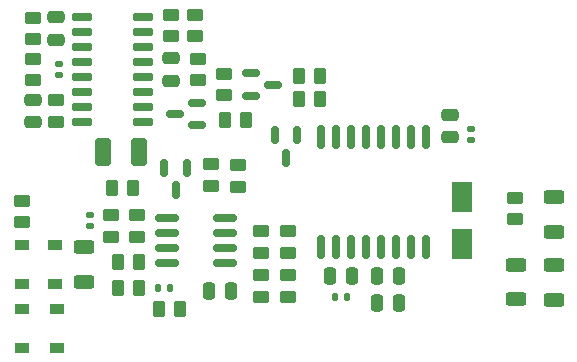
<source format=gbr>
%TF.GenerationSoftware,KiCad,Pcbnew,(5.99.0-9830-g9acf5e365a)*%
%TF.CreationDate,2021-04-09T09:54:32+02:00*%
%TF.ProjectId,Power Supply Control Board SG3525,506f7765-7220-4537-9570-706c7920436f,V 2.0*%
%TF.SameCoordinates,Original*%
%TF.FileFunction,Paste,Top*%
%TF.FilePolarity,Positive*%
%FSLAX46Y46*%
G04 Gerber Fmt 4.6, Leading zero omitted, Abs format (unit mm)*
G04 Created by KiCad (PCBNEW (5.99.0-9830-g9acf5e365a)) date 2021-04-09 09:54:32*
%MOMM*%
%LPD*%
G01*
G04 APERTURE LIST*
G04 Aperture macros list*
%AMRoundRect*
0 Rectangle with rounded corners*
0 $1 Rounding radius*
0 $2 $3 $4 $5 $6 $7 $8 $9 X,Y pos of 4 corners*
0 Add a 4 corners polygon primitive as box body*
4,1,4,$2,$3,$4,$5,$6,$7,$8,$9,$2,$3,0*
0 Add four circle primitives for the rounded corners*
1,1,$1+$1,$2,$3*
1,1,$1+$1,$4,$5*
1,1,$1+$1,$6,$7*
1,1,$1+$1,$8,$9*
0 Add four rect primitives between the rounded corners*
20,1,$1+$1,$2,$3,$4,$5,0*
20,1,$1+$1,$4,$5,$6,$7,0*
20,1,$1+$1,$6,$7,$8,$9,0*
20,1,$1+$1,$8,$9,$2,$3,0*%
G04 Aperture macros list end*
%ADD10RoundRect,0.250000X0.412500X0.925000X-0.412500X0.925000X-0.412500X-0.925000X0.412500X-0.925000X0*%
%ADD11R,1.200000X0.900000*%
%ADD12RoundRect,0.250000X-0.475000X0.250000X-0.475000X-0.250000X0.475000X-0.250000X0.475000X0.250000X0*%
%ADD13RoundRect,0.140000X0.170000X-0.140000X0.170000X0.140000X-0.170000X0.140000X-0.170000X-0.140000X0*%
%ADD14RoundRect,0.250000X0.475000X-0.250000X0.475000X0.250000X-0.475000X0.250000X-0.475000X-0.250000X0*%
%ADD15RoundRect,0.250000X0.250000X0.475000X-0.250000X0.475000X-0.250000X-0.475000X0.250000X-0.475000X0*%
%ADD16R,1.800000X2.500000*%
%ADD17RoundRect,0.150000X0.587500X0.150000X-0.587500X0.150000X-0.587500X-0.150000X0.587500X-0.150000X0*%
%ADD18RoundRect,0.150000X-0.150000X0.587500X-0.150000X-0.587500X0.150000X-0.587500X0.150000X0.587500X0*%
%ADD19RoundRect,0.250000X0.625000X-0.312500X0.625000X0.312500X-0.625000X0.312500X-0.625000X-0.312500X0*%
%ADD20RoundRect,0.250000X-0.450000X0.262500X-0.450000X-0.262500X0.450000X-0.262500X0.450000X0.262500X0*%
%ADD21RoundRect,0.250000X0.450000X-0.262500X0.450000X0.262500X-0.450000X0.262500X-0.450000X-0.262500X0*%
%ADD22RoundRect,0.250000X-0.262500X-0.450000X0.262500X-0.450000X0.262500X0.450000X-0.262500X0.450000X0*%
%ADD23RoundRect,0.250000X0.262500X0.450000X-0.262500X0.450000X-0.262500X-0.450000X0.262500X-0.450000X0*%
%ADD24RoundRect,0.150000X-0.725000X-0.150000X0.725000X-0.150000X0.725000X0.150000X-0.725000X0.150000X0*%
%ADD25RoundRect,0.150000X0.150000X-0.875000X0.150000X0.875000X-0.150000X0.875000X-0.150000X-0.875000X0*%
%ADD26RoundRect,0.140000X0.140000X0.170000X-0.140000X0.170000X-0.140000X-0.170000X0.140000X-0.170000X0*%
%ADD27RoundRect,0.150000X-0.825000X-0.150000X0.825000X-0.150000X0.825000X0.150000X-0.825000X0.150000X0*%
%ADD28RoundRect,0.250000X-0.250000X-0.475000X0.250000X-0.475000X0.250000X0.475000X-0.250000X0.475000X0*%
%ADD29RoundRect,0.140000X-0.170000X0.140000X-0.170000X-0.140000X0.170000X-0.140000X0.170000X0.140000X0*%
%ADD30RoundRect,0.140000X-0.140000X-0.170000X0.140000X-0.170000X0.140000X0.170000X-0.140000X0.170000X0*%
%ADD31RoundRect,0.150000X-0.587500X-0.150000X0.587500X-0.150000X0.587500X0.150000X-0.587500X0.150000X0*%
G04 APERTURE END LIST*
D10*
%TO.C,C14*%
X110603500Y-106934000D03*
X113678500Y-106934000D03*
%TD*%
D11*
%TO.C,D4*%
X106500000Y-118150000D03*
X106500000Y-114850000D03*
%TD*%
D12*
%TO.C,C1*%
X116400000Y-99050000D03*
X116400000Y-100950000D03*
%TD*%
D13*
%TO.C,C3*%
X106900000Y-100480000D03*
X106900000Y-99520000D03*
%TD*%
D14*
%TO.C,C4*%
X104650000Y-104450000D03*
X104650000Y-102550000D03*
%TD*%
%TO.C,C7*%
X140000000Y-105725000D03*
X140000000Y-103825000D03*
%TD*%
D15*
%TO.C,C8*%
X135700000Y-117500000D03*
X133800000Y-117500000D03*
%TD*%
D13*
%TO.C,C9*%
X141750000Y-105980000D03*
X141750000Y-105020000D03*
%TD*%
D15*
%TO.C,C10*%
X135700000Y-119750000D03*
X133800000Y-119750000D03*
%TD*%
D16*
%TO.C,D1*%
X141000000Y-114750000D03*
X141000000Y-110750000D03*
%TD*%
D11*
%TO.C,D2*%
X106680000Y-120270000D03*
X106680000Y-123570000D03*
%TD*%
%TO.C,D3*%
X103759000Y-118150000D03*
X103759000Y-114850000D03*
%TD*%
%TO.C,D5*%
X103759000Y-120270000D03*
X103759000Y-123570000D03*
%TD*%
D17*
%TO.C,Q1*%
X118587500Y-104700000D03*
X118587500Y-102800000D03*
X116712500Y-103750000D03*
%TD*%
D18*
%TO.C,Q2*%
X117700000Y-108312500D03*
X115800000Y-108312500D03*
X116750000Y-110187500D03*
%TD*%
D19*
%TO.C,R1*%
X145542000Y-119445500D03*
X145542000Y-116520500D03*
%TD*%
%TO.C,R2*%
X148750000Y-119462500D03*
X148750000Y-116537500D03*
%TD*%
%TO.C,R3*%
X148750000Y-113712500D03*
X148750000Y-110787500D03*
%TD*%
D20*
%TO.C,R4*%
X145500000Y-110837500D03*
X145500000Y-112662500D03*
%TD*%
D21*
%TO.C,R5*%
X124000000Y-119250000D03*
X124000000Y-117425000D03*
%TD*%
%TO.C,R6*%
X126250000Y-119250000D03*
X126250000Y-117425000D03*
%TD*%
D20*
%TO.C,R7*%
X126250000Y-113675000D03*
X126250000Y-115500000D03*
%TD*%
D21*
%TO.C,R8*%
X124000000Y-115500000D03*
X124000000Y-113675000D03*
%TD*%
%TO.C,R9*%
X116400000Y-97162500D03*
X116400000Y-95337500D03*
%TD*%
%TO.C,R10*%
X118400000Y-97162500D03*
X118400000Y-95337500D03*
%TD*%
D20*
%TO.C,R11*%
X104650000Y-95587500D03*
X104650000Y-97412500D03*
%TD*%
D21*
%TO.C,R12*%
X106650000Y-104412500D03*
X106650000Y-102587500D03*
%TD*%
D20*
%TO.C,R14*%
X118650000Y-99087500D03*
X118650000Y-100912500D03*
%TD*%
D21*
%TO.C,R15*%
X104650000Y-100912500D03*
X104650000Y-99087500D03*
%TD*%
D22*
%TO.C,R16*%
X127166500Y-100507000D03*
X128991500Y-100507000D03*
%TD*%
D21*
%TO.C,R18*%
X122000000Y-109912500D03*
X122000000Y-108087500D03*
%TD*%
D20*
%TO.C,R19*%
X119750000Y-108000000D03*
X119750000Y-109825000D03*
%TD*%
D23*
%TO.C,R20*%
X113662500Y-118500000D03*
X111837500Y-118500000D03*
%TD*%
%TO.C,R21*%
X113662500Y-116250000D03*
X111837500Y-116250000D03*
%TD*%
%TO.C,R22*%
X113162500Y-110000000D03*
X111337500Y-110000000D03*
%TD*%
D20*
%TO.C,R23*%
X111250000Y-112337500D03*
X111250000Y-114162500D03*
%TD*%
D22*
%TO.C,R24*%
X115337500Y-120250000D03*
X117162500Y-120250000D03*
%TD*%
D19*
%TO.C,R26*%
X109000000Y-117962500D03*
X109000000Y-115037500D03*
%TD*%
D24*
%TO.C,U2*%
X108825000Y-95555000D03*
X108825000Y-96825000D03*
X108825000Y-98095000D03*
X108825000Y-99365000D03*
X108825000Y-100635000D03*
X108825000Y-101905000D03*
X108825000Y-103175000D03*
X108825000Y-104445000D03*
X113975000Y-104445000D03*
X113975000Y-103175000D03*
X113975000Y-101905000D03*
X113975000Y-100635000D03*
X113975000Y-99365000D03*
X113975000Y-98095000D03*
X113975000Y-96825000D03*
X113975000Y-95555000D03*
%TD*%
D25*
%TO.C,U3*%
X129039000Y-115017000D03*
X130309000Y-115017000D03*
X131579000Y-115017000D03*
X132849000Y-115017000D03*
X134119000Y-115017000D03*
X135389000Y-115017000D03*
X136659000Y-115017000D03*
X137929000Y-115017000D03*
X137929000Y-105717000D03*
X136659000Y-105717000D03*
X135389000Y-105717000D03*
X134119000Y-105717000D03*
X132849000Y-105717000D03*
X131579000Y-105717000D03*
X130309000Y-105717000D03*
X129039000Y-105717000D03*
%TD*%
D15*
%TO.C,C5*%
X131700000Y-117500000D03*
X129800000Y-117500000D03*
%TD*%
D26*
%TO.C,C6*%
X131230000Y-119250000D03*
X130270000Y-119250000D03*
%TD*%
D27*
%TO.C,U1*%
X116025000Y-112595000D03*
X116025000Y-113865000D03*
X116025000Y-115135000D03*
X116025000Y-116405000D03*
X120975000Y-116405000D03*
X120975000Y-115135000D03*
X120975000Y-113865000D03*
X120975000Y-112595000D03*
%TD*%
D28*
%TO.C,C13*%
X119550000Y-118750000D03*
X121450000Y-118750000D03*
%TD*%
D21*
%TO.C,R25*%
X103750000Y-112912500D03*
X103750000Y-111087500D03*
%TD*%
D29*
%TO.C,C11*%
X109500000Y-112270000D03*
X109500000Y-113230000D03*
%TD*%
D23*
%TO.C,R28*%
X128991500Y-102507000D03*
X127166500Y-102507000D03*
%TD*%
D14*
%TO.C,C2*%
X106650000Y-97450000D03*
X106650000Y-95550000D03*
%TD*%
D18*
%TO.C,Q4*%
X127029000Y-105569500D03*
X125129000Y-105569500D03*
X126079000Y-107444500D03*
%TD*%
D30*
%TO.C,C12*%
X115290000Y-118500000D03*
X116250000Y-118500000D03*
%TD*%
D21*
%TO.C,R13*%
X113500000Y-114162500D03*
X113500000Y-112337500D03*
%TD*%
D31*
%TO.C,Q3*%
X123141500Y-100307000D03*
X123141500Y-102207000D03*
X125016500Y-101257000D03*
%TD*%
D20*
%TO.C,R27*%
X120829000Y-100344500D03*
X120829000Y-102169500D03*
%TD*%
D23*
%TO.C,R17*%
X122741500Y-104257000D03*
X120916500Y-104257000D03*
%TD*%
M02*

</source>
